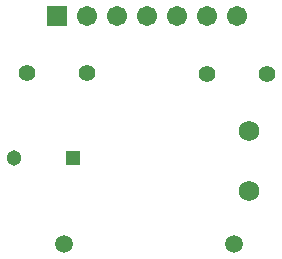
<source format=gbs>
G04 Layer_Color=16711935*
%FSLAX44Y44*%
%MOMM*%
G71*
G01*
G75*
%ADD26C,1.5112*%
%ADD27C,1.4032*%
%ADD28C,1.7272*%
%ADD29C,1.3032*%
%ADD30R,1.3032X1.3032*%
%ADD31C,1.7032*%
%ADD32R,1.7032X1.7032*%
D26*
X1162050Y911860D02*
D03*
X1017950D02*
D03*
D27*
X1189990Y1055370D02*
D03*
X1139190D02*
D03*
X986790Y1056640D02*
D03*
X1037590D02*
D03*
D28*
X1174750Y956310D02*
D03*
Y1007110D02*
D03*
D29*
X975760Y984250D02*
D03*
D30*
X1025760D02*
D03*
D31*
X1062990Y1104900D02*
D03*
X1037590D02*
D03*
X1088390D02*
D03*
X1113790D02*
D03*
X1139190D02*
D03*
X1164590D02*
D03*
D32*
X1012190D02*
D03*
M02*

</source>
